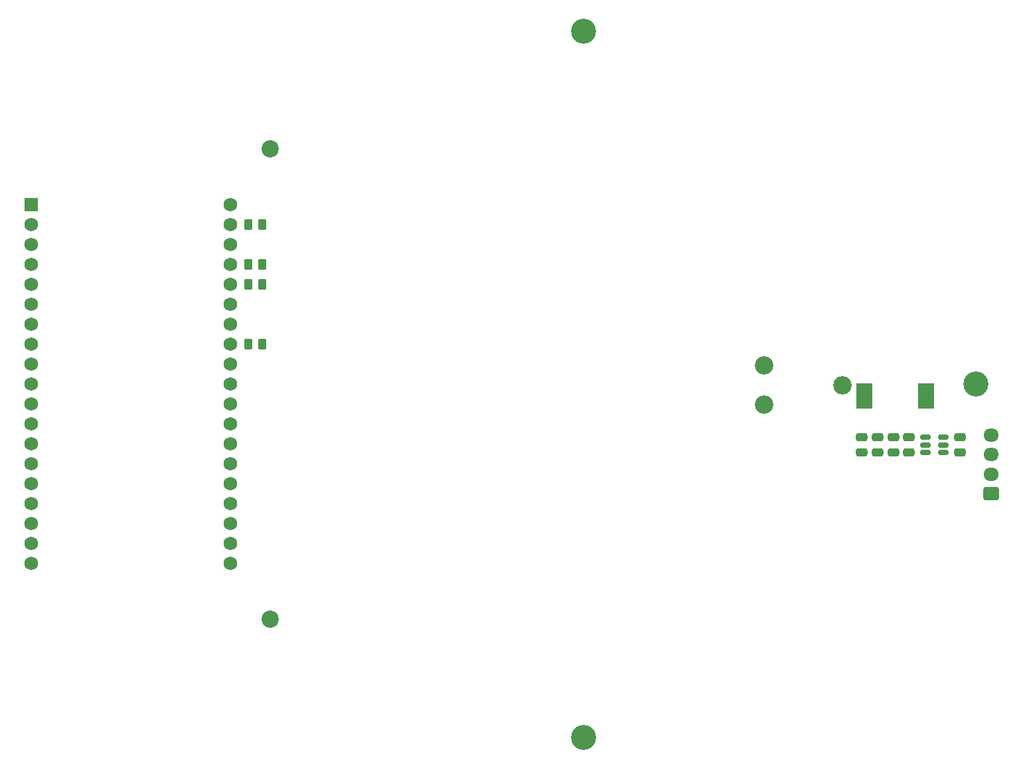
<source format=gbr>
%TF.GenerationSoftware,KiCad,Pcbnew,7.0.8*%
%TF.CreationDate,2023-11-22T21:49:45+11:00*%
%TF.ProjectId,Line 4.3,4c696e65-2034-42e3-932e-6b696361645f,rev?*%
%TF.SameCoordinates,Original*%
%TF.FileFunction,Soldermask,Top*%
%TF.FilePolarity,Negative*%
%FSLAX46Y46*%
G04 Gerber Fmt 4.6, Leading zero omitted, Abs format (unit mm)*
G04 Created by KiCad (PCBNEW 7.0.8) date 2023-11-22 21:49:45*
%MOMM*%
%LPD*%
G01*
G04 APERTURE LIST*
G04 Aperture macros list*
%AMRoundRect*
0 Rectangle with rounded corners*
0 $1 Rounding radius*
0 $2 $3 $4 $5 $6 $7 $8 $9 X,Y pos of 4 corners*
0 Add a 4 corners polygon primitive as box body*
4,1,4,$2,$3,$4,$5,$6,$7,$8,$9,$2,$3,0*
0 Add four circle primitives for the rounded corners*
1,1,$1+$1,$2,$3*
1,1,$1+$1,$4,$5*
1,1,$1+$1,$6,$7*
1,1,$1+$1,$8,$9*
0 Add four rect primitives between the rounded corners*
20,1,$1+$1,$2,$3,$4,$5,0*
20,1,$1+$1,$4,$5,$6,$7,0*
20,1,$1+$1,$6,$7,$8,$9,0*
20,1,$1+$1,$8,$9,$2,$3,0*%
G04 Aperture macros list end*
%ADD10RoundRect,0.250000X-0.262500X-0.450000X0.262500X-0.450000X0.262500X0.450000X-0.262500X0.450000X0*%
%ADD11C,3.200000*%
%ADD12RoundRect,0.250000X-0.475000X0.250000X-0.475000X-0.250000X0.475000X-0.250000X0.475000X0.250000X0*%
%ADD13RoundRect,0.102000X-0.765000X-0.765000X0.765000X-0.765000X0.765000X0.765000X-0.765000X0.765000X0*%
%ADD14C,1.734000*%
%ADD15RoundRect,0.250000X0.475000X-0.250000X0.475000X0.250000X-0.475000X0.250000X-0.475000X-0.250000X0*%
%ADD16R,2.000000X3.200000*%
%ADD17C,2.200000*%
%ADD18RoundRect,0.150000X0.512500X0.150000X-0.512500X0.150000X-0.512500X-0.150000X0.512500X-0.150000X0*%
%ADD19C,2.340000*%
%ADD20RoundRect,0.250000X0.725000X-0.600000X0.725000X0.600000X-0.725000X0.600000X-0.725000X-0.600000X0*%
%ADD21O,1.950000X1.700000*%
G04 APERTURE END LIST*
D10*
%TO.C,R74*%
X107217500Y-129690000D03*
X109042500Y-129690000D03*
%TD*%
D11*
%TO.C,H2*%
X150000000Y-195000000D03*
%TD*%
D12*
%TO.C,C2*%
X191500000Y-156800000D03*
X191500000Y-158700000D03*
%TD*%
D13*
%TO.C,U9*%
X79550000Y-127150000D03*
D14*
X79550000Y-129690000D03*
X79550000Y-132230000D03*
X79550000Y-134770000D03*
X79550000Y-137310000D03*
X79550000Y-139850000D03*
X79550000Y-142390000D03*
X79550000Y-144930000D03*
X79550000Y-147470000D03*
X79550000Y-150010000D03*
X79550000Y-152550000D03*
X79550000Y-155090000D03*
X79550000Y-157630000D03*
X79550000Y-160170000D03*
X79550000Y-162710000D03*
X79550000Y-165250000D03*
X79550000Y-167790000D03*
X79550000Y-170330000D03*
X79550000Y-172870000D03*
X104950000Y-172870000D03*
X104950000Y-170330000D03*
X104950000Y-167790000D03*
X104950000Y-165250000D03*
X104950000Y-162710000D03*
X104950000Y-160170000D03*
X104950000Y-157630000D03*
X104950000Y-155090000D03*
X104950000Y-152550000D03*
X104950000Y-150010000D03*
X104950000Y-147470000D03*
X104950000Y-144930000D03*
X104950000Y-142390000D03*
X104950000Y-139850000D03*
X104950000Y-137310000D03*
X104950000Y-134770000D03*
X104950000Y-132230000D03*
X104950000Y-129690000D03*
X104950000Y-127150000D03*
%TD*%
D15*
%TO.C,C3*%
X187500000Y-158700000D03*
X187500000Y-156800000D03*
%TD*%
D16*
%TO.C,L1*%
X193650000Y-151500000D03*
X185850000Y-151500000D03*
%TD*%
D17*
%TO.C,H1*%
X110000000Y-180000000D03*
%TD*%
D15*
%TO.C,C4*%
X185500000Y-158700000D03*
X185500000Y-156800000D03*
%TD*%
D11*
%TO.C,H4*%
X200000000Y-150000000D03*
%TD*%
D10*
%TO.C,R72*%
X107217500Y-137310000D03*
X109042500Y-137310000D03*
%TD*%
%TO.C,R73*%
X107217500Y-134770000D03*
X109042500Y-134770000D03*
%TD*%
D15*
%TO.C,C5*%
X189500000Y-158700000D03*
X189500000Y-156800000D03*
%TD*%
D17*
%TO.C,H5*%
X110000000Y-120000000D03*
%TD*%
D11*
%TO.C,H3*%
X150000000Y-105000000D03*
%TD*%
D15*
%TO.C,C1*%
X198000000Y-158700000D03*
X198000000Y-156800000D03*
%TD*%
D18*
%TO.C,U1*%
X195887500Y-158700000D03*
X195887500Y-157750000D03*
X195887500Y-156800000D03*
X193612500Y-156800000D03*
X193612500Y-157750000D03*
X193612500Y-158700000D03*
%TD*%
D10*
%TO.C,R71*%
X107217500Y-144930000D03*
X109042500Y-144930000D03*
%TD*%
D19*
%TO.C,RV1*%
X173000000Y-152650000D03*
X183000000Y-150150000D03*
X173000000Y-147650000D03*
%TD*%
D20*
%TO.C,J1*%
X201975000Y-164000000D03*
D21*
X201975000Y-161500000D03*
X201975000Y-159000000D03*
X201975000Y-156500000D03*
%TD*%
M02*

</source>
